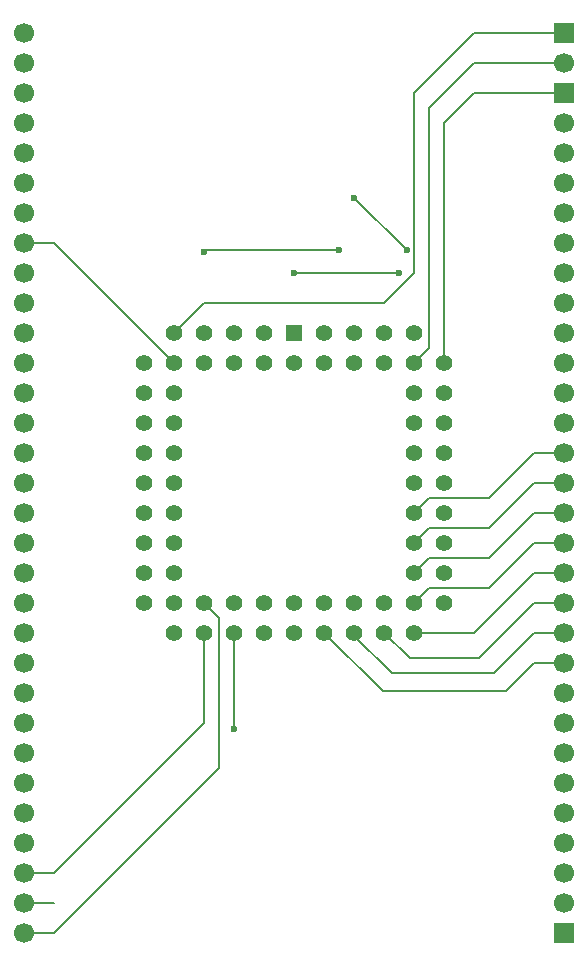
<source format=gbl>
G04 #@! TF.GenerationSoftware,KiCad,Pcbnew,9.0.1*
G04 #@! TF.CreationDate,2025-04-04T22:38:55+02:00*
G04 #@! TF.ProjectId,80286,38303238-362e-46b6-9963-61645f706362,rev?*
G04 #@! TF.SameCoordinates,Original*
G04 #@! TF.FileFunction,Copper,L2,Bot*
G04 #@! TF.FilePolarity,Positive*
%FSLAX46Y46*%
G04 Gerber Fmt 4.6, Leading zero omitted, Abs format (unit mm)*
G04 Created by KiCad (PCBNEW 9.0.1) date 2025-04-04 22:38:55*
%MOMM*%
%LPD*%
G01*
G04 APERTURE LIST*
G04 #@! TA.AperFunction,ComponentPad*
%ADD10C,1.422400*%
G04 #@! TD*
G04 #@! TA.AperFunction,ComponentPad*
%ADD11R,1.422400X1.422400*%
G04 #@! TD*
G04 #@! TA.AperFunction,ComponentPad*
%ADD12C,1.700000*%
G04 #@! TD*
G04 #@! TA.AperFunction,ComponentPad*
%ADD13R,1.700000X1.700000*%
G04 #@! TD*
G04 #@! TA.AperFunction,ViaPad*
%ADD14C,0.600000*%
G04 #@! TD*
G04 #@! TA.AperFunction,Conductor*
%ADD15C,0.200000*%
G04 #@! TD*
G04 APERTURE END LIST*
D10*
X76200000Y-77900000D03*
X76200000Y-75360000D03*
X78740000Y-77900000D03*
X78740000Y-75360000D03*
X81280000Y-77900000D03*
X81280000Y-75360000D03*
X83820000Y-77900000D03*
X83820000Y-75360000D03*
X86360000Y-77900000D03*
X83820000Y-80440000D03*
X86360000Y-80440000D03*
X83820000Y-82980000D03*
X86360000Y-82980000D03*
X83820000Y-85520000D03*
X86360000Y-85520000D03*
X83820000Y-88060000D03*
X86360000Y-88060000D03*
X83820000Y-90600000D03*
X86360000Y-90600000D03*
X83820000Y-93140000D03*
X86360000Y-93140000D03*
X83820000Y-95680000D03*
X86360000Y-95680000D03*
X83820000Y-98220000D03*
X86360000Y-98220000D03*
X83820000Y-100760000D03*
X81280000Y-98220000D03*
X81280000Y-100760000D03*
X78740000Y-98220000D03*
X78740000Y-100760000D03*
X76200000Y-98220000D03*
X76200000Y-100760000D03*
X73660000Y-98220000D03*
X73660000Y-100760000D03*
X71120000Y-98220000D03*
X71120000Y-100760000D03*
X68580000Y-98220000D03*
X68580000Y-100760000D03*
X66040000Y-98220000D03*
X66040000Y-100760000D03*
X63500000Y-98220000D03*
X63500000Y-100760000D03*
X60960000Y-98220000D03*
X63500000Y-95680000D03*
X60960000Y-95680000D03*
X63500000Y-93140000D03*
X60960000Y-93140000D03*
X63500000Y-90600000D03*
X60960000Y-90600000D03*
X63500000Y-88060000D03*
X60960000Y-88060000D03*
X63500000Y-85520000D03*
X60960000Y-85520000D03*
X63500000Y-82980000D03*
X60960000Y-82980000D03*
X63500000Y-80440000D03*
X60960000Y-80440000D03*
X63500000Y-77900000D03*
X60960000Y-77900000D03*
X63500000Y-75360000D03*
X66040000Y-77900000D03*
X66040000Y-75360000D03*
X68580000Y-77900000D03*
X68580000Y-75360000D03*
X71120000Y-77900000D03*
X71120000Y-75360000D03*
X73660000Y-77900000D03*
D11*
X73660000Y-75360000D03*
D12*
X50800000Y-126150000D03*
X50800000Y-123610000D03*
X50800000Y-121070000D03*
X50800000Y-118530000D03*
X50800000Y-115990000D03*
X50800000Y-113450000D03*
X50800000Y-110910000D03*
X50800000Y-108370000D03*
X50800000Y-105830000D03*
X50800000Y-103290000D03*
X50800000Y-100750000D03*
X50800000Y-98210000D03*
X50800000Y-95670000D03*
X50800000Y-93130000D03*
X50800000Y-90590000D03*
X50800000Y-88050000D03*
X50800000Y-85510000D03*
X50800000Y-82970000D03*
X50800000Y-80430000D03*
X50800000Y-77890000D03*
X50800000Y-75350000D03*
X50800000Y-72810000D03*
X50800000Y-70270000D03*
X50800000Y-67730000D03*
X50800000Y-65190000D03*
X50800000Y-62650000D03*
X50800000Y-60110000D03*
X50800000Y-57570000D03*
X50800000Y-55030000D03*
X50800000Y-52490000D03*
X50800000Y-49950000D03*
D13*
X96520000Y-49960000D03*
D12*
X96520000Y-70280000D03*
D13*
X96520000Y-126160000D03*
D12*
X96520000Y-123620000D03*
X96520000Y-121080000D03*
X96520000Y-118540000D03*
X96520000Y-116000000D03*
X96520000Y-113460000D03*
X96520000Y-110920000D03*
X96520000Y-108380000D03*
X96520000Y-105840000D03*
X96520000Y-103300000D03*
X96520000Y-100760000D03*
X96520000Y-98220000D03*
X96520000Y-95680000D03*
X96520000Y-93140000D03*
X96520000Y-90600000D03*
X96520000Y-88060000D03*
X96520000Y-85520000D03*
X96520000Y-82980000D03*
X96520000Y-80440000D03*
X96520000Y-77900000D03*
X96520000Y-75360000D03*
X96520000Y-72820000D03*
X96520000Y-67740000D03*
X96520000Y-65200000D03*
X96520000Y-62660000D03*
X96520000Y-60120000D03*
X96520000Y-57580000D03*
D13*
X96520000Y-55040000D03*
D12*
X96520000Y-52500000D03*
D14*
X68580000Y-108888000D03*
X66040000Y-68502000D03*
X78740000Y-63930000D03*
X83185000Y-68375000D03*
X77470000Y-68375000D03*
X82550000Y-70280000D03*
X73660000Y-70280000D03*
D15*
X53330000Y-126150000D02*
X53340000Y-126160000D01*
X50800000Y-126150000D02*
X53330000Y-126150000D01*
X68580000Y-100760000D02*
X68580000Y-108888000D01*
X67310000Y-99490000D02*
X67310000Y-112190000D01*
X66040000Y-98220000D02*
X67310000Y-99490000D01*
X67310000Y-112190000D02*
X53340000Y-126160000D01*
X78740000Y-63930000D02*
X83185000Y-68375000D01*
X66167000Y-68375000D02*
X66040000Y-68502000D01*
X77470000Y-68375000D02*
X66167000Y-68375000D01*
X82550000Y-70280000D02*
X73660000Y-70280000D01*
X53330000Y-67730000D02*
X50800000Y-67730000D01*
X63500000Y-77900000D02*
X53330000Y-67730000D01*
X52060000Y-121070000D02*
X50800000Y-121070000D01*
X66040000Y-108380000D02*
X66040000Y-100760000D01*
X52070000Y-121080000D02*
X52060000Y-121070000D01*
X53340000Y-121080000D02*
X52070000Y-121080000D01*
X53340000Y-121080000D02*
X66040000Y-108380000D01*
X53340000Y-123620000D02*
X52070000Y-123620000D01*
X52060000Y-123610000D02*
X50800000Y-123610000D01*
X52070000Y-123620000D02*
X52060000Y-123610000D01*
X76200000Y-100760000D02*
X81153000Y-105713000D01*
X93980000Y-103300000D02*
X91567000Y-105713000D01*
X81153000Y-105713000D02*
X91567000Y-105713000D01*
X93980000Y-103300000D02*
X96520000Y-103300000D01*
X78740000Y-101014000D02*
X78740000Y-100760000D01*
X93980000Y-100760000D02*
X96520000Y-100760000D01*
X81915000Y-104189000D02*
X90551000Y-104189000D01*
X81915000Y-104189000D02*
X78740000Y-101014000D01*
X90551000Y-104189000D02*
X93980000Y-100760000D01*
X83820000Y-100760000D02*
X88900000Y-100760000D01*
X93980000Y-95680000D02*
X96520000Y-95680000D01*
X88900000Y-100760000D02*
X93980000Y-95680000D01*
X93980000Y-98220000D02*
X96520000Y-98220000D01*
X93980000Y-98220000D02*
X89281000Y-102919000D01*
X83439000Y-102919000D02*
X81280000Y-100760000D01*
X89281000Y-102919000D02*
X83439000Y-102919000D01*
X90170000Y-96950000D02*
X93980000Y-93140000D01*
X85090000Y-96950000D02*
X90170000Y-96950000D01*
X93980000Y-93140000D02*
X96520000Y-93140000D01*
X83820000Y-98220000D02*
X85090000Y-96950000D01*
X93980000Y-88060000D02*
X96520000Y-88060000D01*
X83820000Y-93140000D02*
X85090000Y-91870000D01*
X90170000Y-91870000D02*
X93980000Y-88060000D01*
X85090000Y-91870000D02*
X90170000Y-91870000D01*
X85090000Y-94410000D02*
X90170000Y-94410000D01*
X93980000Y-90600000D02*
X96520000Y-90600000D01*
X83820000Y-95680000D02*
X85090000Y-94410000D01*
X90170000Y-94410000D02*
X93980000Y-90600000D01*
X85090000Y-89330000D02*
X90170000Y-89330000D01*
X83820000Y-90600000D02*
X85090000Y-89330000D01*
X93980000Y-85520000D02*
X96520000Y-85520000D01*
X90170000Y-89330000D02*
X93980000Y-85520000D01*
X86360000Y-57580000D02*
X88900000Y-55040000D01*
X88900000Y-55040000D02*
X96520000Y-55040000D01*
X86360000Y-77900000D02*
X86360000Y-57580000D01*
X83820000Y-77900000D02*
X85090000Y-76630000D01*
X85090000Y-76630000D02*
X85090000Y-56310000D01*
X88900000Y-52500000D02*
X96520000Y-52500000D01*
X85090000Y-56310000D02*
X88900000Y-52500000D01*
X88900000Y-49960000D02*
X96520000Y-49960000D01*
X83820000Y-55040000D02*
X88900000Y-49960000D01*
X63500000Y-75360000D02*
X66040000Y-72820000D01*
X81280000Y-72820000D02*
X83820000Y-70280000D01*
X83820000Y-70280000D02*
X83820000Y-55040000D01*
X66040000Y-72820000D02*
X81280000Y-72820000D01*
M02*

</source>
